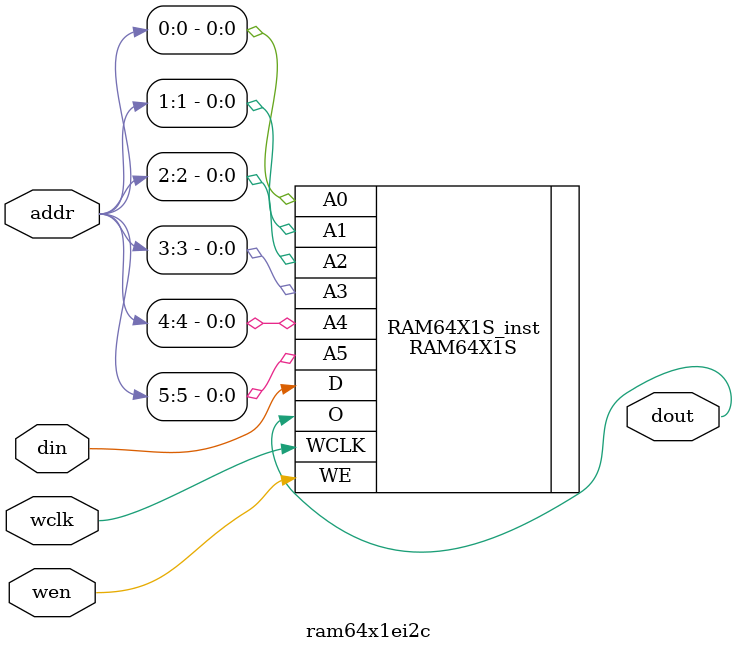
<source format=v>

module ei2c(clk,rdwr,strobe,our_addr,addr,busy_in,busy_out,
       addr_match_in,addr_match_out,datin,datout, pin2, pin4, pin6, pin8);
    input  clk;              // System clock
    input  rdwr;             // direction of this transfer. Read=1; Write=0
    input  strobe;           // true on full valid command
    input  [3:0] our_addr;   // high byte of our assigned address
    input  [11:0] addr;      // address of target peripheral
    input  busy_in;          // ==1 if a previous peripheral is busy
    output busy_out;         // ==our busy state if our address, pass through otherwise
    input  addr_match_in;    // ==1 if a previous peripheral claims the address
    output addr_match_out;   // ==1 if we claim the above address, pass through otherwise
    input  [7:0] datin ;     // Data INto the peripheral;
    output [7:0] datout ;    // Data OUTput from the peripheral, = datin if not us.
    output pin2;             // D input to both 7474 flip-flops
    output pin4;             // Clock input on flip-flop for the SDA line
    output pin6;             // Clock input on flip-flop for the SCL line
    input  pin8;             // SDA input

    // State variables
    reg    [2:0] smctr;      // State machine to control 7474 D and clk inputs
    reg    [1:0] bq;         // Bit quarter 
    reg    [6:0] bix;        // Packet bit index 
    reg    inxfer;           // set=1 if doing a transfer (set on end of packet stop bit)
    reg    dataready;        // set=1 to wait for an autosend to host
    reg    [5:0] clkdiv;     // divides 100 ns clock to get 1.6 MHz (about) for quarter bits
    reg    clkrate;          // ==1 for 400 KHz and 0 for 100 KHz
    wire   bqclk;            // ==1 on clock edge of quarter bit transitions
    wire   bqstart;          // in start of the quarter bit
    wire   start_bit;        // ==1 if in a start bit
    wire   data_bit;         // ==1 if in a data bit
    wire   stop_bit;         // ==1 if in a stop bit

    // Addressing and bus interface lines 
    wire   myaddr;           // ==1 if a correct read/write on our address

    // RAM for the I2C packet
    wire   [1:0] rout;       // RAM output lines
    wire   [6:0] raddr;      // RAM address lines
    wire   [1:0] rin;        // RAM input lines
    wire   wen;              // RAM write enable
    // RAM is broken into two 64x3 blocks
    wire   wen0;             // write enable for lower block
    wire   rout0[1:0];       // ram output lines
    ram64x1ei2c ram00(rout0[0],raddr[5:0],rin[0],clk,wen0); // i2c bit info as an array
    ram64x1ei2c ram01(rout0[1],raddr[5:0],rin[1],clk,wen0); // i2c bit info as an array
    wire   wen1;             // write enable for upper block
    wire   rout1[1:0];       // ram output lines
    ram64x1ei2c ram10(rout1[0],raddr[5:0],rin[0],clk,wen1); // i2c bit info as an array
    ram64x1ei2c ram11(rout1[1],raddr[5:0],rin[1],clk,wen1); // i2c bit info as an array


    initial
    begin
        bq = 0;
        bix = 0;
        dataready = 0;
        inxfer = 0;
        clkrate = 1;           // default is 400 KHz
    end

    always @(posedge clk)
    begin

        // Do 400/100 clock rate division from system clock.
        // But only if we are not doing SCL clock stretching
        //if (~(~pin8 & data_bit & (bq == 1) & (clkdiv == 1)))
        begin
            if ((clkrate && (clkdiv == 12)) || (~clkrate && (clkdiv == 48)))
                clkdiv <= 0;
            else
                clkdiv <= clkdiv + 6'h01;
        end

        // reading the register for the last i2c bit clears the dataready flag
        if (strobe && rdwr && myaddr && ((addr[6:0] == (bix -1)) || (addr[6:0] == 7'h7f)))
        begin
            dataready <= 0;
        end

        // else look for first bit which had the clock rate in bit 7.
        if (strobe && ~rdwr && myaddr && (addr[6:0] == 0))
        begin
            clkrate <= datin[7];
        end

        // else look for end of packet (host is writing stop bit)
        if (strobe && ~rdwr && myaddr && (datin[1:0] == 2'b11))
        begin
            inxfer <= 1;       // Got packet from host, so start the i2c transfer
            clkdiv <= 0;       // reset clkdiv at start of bits
            bix <= 0;          // Start with bit zero
            bq <= 0;           // And sub-bit state of zero
        end

        // else if host is not rd/wr our regs and we're in an i2c transfer
        // and we're on a state machine edge 
        else if (~(strobe & myaddr & ~rdwr) & bqclk & inxfer)
        begin
            // Increment quarter bit state
            bq <= bq + 2'h1;

            if (bq == 3)
            begin
                bix <= bix + 7'h01;

                // A stop bit marks the end of a packet
                if (rout[1:0] == 2'b11)
                begin
                    dataready <= 1;
                    inxfer <= 0;
                end
            end
        end
    end


    // Assign the outputs.
    assign bqstart = (clkdiv[5:2] == 0) ;
    assign start_bit = inxfer && (rout[1:0] == 2'b10) ;
    assign data_bit  = inxfer && (rout[1] == 0) ;
    assign stop_bit  = inxfer && (rout[1:0] == 2'b11) ;

    //  Pin2 = D input = 1 if (start_bit & bq >= 2)  OR
    //                        (data_bit & data==0 & bq==0) OR
    //                        (data_bit & bq==2) OR
    //                        (data_bit & bq==3) OR
    //                        (stop_bit & bq==0)
    assign pin2 = (start_bit && (bq[1] == 1)) ||
                  (data_bit && bqstart && (rout[0] == 0) && (bq == 0)) ||
                  (data_bit && (bq == 2)) ||
                  (data_bit && (bq == 3)) ||
                  (stop_bit && bqstart && (bq ==0));

    //  Pin4 = SDA CLK = 1 if (start_bit & bq==0 & clkdiv==1) OR
    //                        (start_bit & bq==2 & clkdiv==1) OR
    //                        (data_bit & bq==0 & clkdiv==1) OR
    //                        (stop_bit & bq==0 & clkdiv==1) OR
    //                        (stop_bit & bq==2 & clkdiv==0)
    assign pin4 = (start_bit && bqstart && (bq == 0) && (clkdiv[1:0] == 1)) ||
                  (start_bit && bqstart && (bq == 2) && (clkdiv[1:0] == 1)) ||
                  (data_bit && bqstart && (bq == 0) && (clkdiv[1:0] == 1)) ||
                  (stop_bit && bqstart && (bq == 0) && (clkdiv[1:0] == 1)) ||
                  (stop_bit && bqstart && (bq == 2) && (clkdiv[1:0] == 0));

    //  Pin6 = SCL CLK = 1 if (start_bit & bq==1 & clkdiv==0) OR
    //                        (start_bit & bq==3 & clkdiv==0) OR
    //                        (data_bit & bq==1 & clkdiv==1) OR
    //                        (data_bit & bq==3 & clkdiv==0) OR
    //                        (stop_bit & bq==1 & clkdiv==1)
    assign pin6 = (start_bit && bqstart && (bq == 1) && (clkdiv[1:0] == 0)) ||
                  (start_bit && bqstart && (bq == 3) && (clkdiv[1:0] == 0)) ||
                  (data_bit && bqstart && (bq == 1) && (clkdiv[1:0] == 1)) ||
                  (data_bit && bqstart && (bq == 3) && (clkdiv[1:0] == 0)) ||
                  (stop_bit && bqstart && (bq == 1) && (clkdiv[1:0] == 1));


    assign bqclk = (clkrate && (clkdiv == 12)) || (~clkrate && (clkdiv == 48));

    // assign RAM signals
    assign wen0  = (raddr[6] == 0) &&
                   ((strobe & myaddr & ~rdwr) ||  // latch data on host write OR
                   (data_bit && bqstart && (bq == 2))); // i2c read/write
    assign wen1  = (raddr[6] == 1) &&
                   ((strobe & myaddr & ~rdwr) ||  // latch data on host write OR
                   (data_bit && bqstart && (bq == 2))); // i2c read/write
    assign rout[0]  = (raddr[6] == 0) ? rout0[0] : rout1[0];
    assign rout[1]  = (raddr[6] == 0) ? rout0[1] : rout1[1];
    assign raddr = (strobe & myaddr) ? addr[6:0] : bix ;
    assign rin[1] = (strobe & myaddr & ~rdwr) ? datin[1] : rout[1];
    assign rin[0] = (strobe & myaddr & ~rdwr) ? datin[0] :
                    (inxfer && (rout[1] == 0) && (bq == 2)) ? ~pin8 : rout[0];


    assign myaddr = (addr[11:8] == our_addr) && (addr[7] == 0);
    assign datout = (~myaddr) ? datin :
                    (~strobe && myaddr && (dataready)) ? {1'h0, (bix)} :
                    (strobe) ? {6'h00,rout} : 
                    8'h00 ; 

    // Loop in-to-out where appropriate
    assign busy_out = busy_in;
    assign addr_match_out = myaddr | addr_match_in;

endmodule



module ram64x1ei2c(dout,addr,din,wclk,wen);
   output dout;
   input  [5:0] addr;
   input  din;
   input  wclk;
   input  wen;

    // RAM64X1S: 64 x 1 posedge write distributed (LUT) RAM
    //           All FPGA
    // Xilinx HDL Libraries Guide, version 10.1.2

    RAM64X1S #(
        .INIT(64'h00000000)  // Initial contents of RAM
    ) RAM64X1S_inst (
    .O(dout),      // RAM output
    .A0(addr[0]),  // RAM address[0] input
    .A1(addr[1]),  // RAM address[1] input
    .A2(addr[2]),  // RAM address[2] input
    .A3(addr[3]),  // RAM address[3] input
    .A4(addr[4]),  // RAM address[4] input
    .A5(addr[5]),  // RAM address[5] input
    .D(din),       // RAM data input
    .WCLK(wclk),   // Write clock input
    .WE(wen)       // Write enable input
    );

    // End of RAM64X1S_inst instantiation
endmodule


</source>
